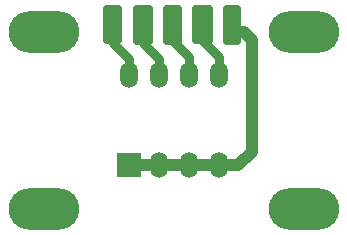
<source format=gbr>
G04 DipTrace 3.3.1.0*
G04 Bottom.gbr*
%MOIN*%
G04 #@! TF.FileFunction,Copper,L2,Bot*
G04 #@! TF.Part,Single*
%AMOUTLINE0*
4,1,20,
0.029528,0.0,
0.028082,-0.012166,
0.023888,-0.023141,
0.017356,-0.031851,
0.009125,-0.037443,
0.0,-0.03937,
-0.009125,-0.037443,
-0.017356,-0.031851,
-0.023888,-0.023141,
-0.028082,-0.012166,
-0.029528,0.0,
-0.028082,0.012166,
-0.023888,0.023141,
-0.017356,0.031851,
-0.009125,0.037443,
0.0,0.03937,
0.009125,0.037443,
0.017356,0.031851,
0.023888,0.023141,
0.028082,0.012166,
0.029528,0.0,
0*%
G04 #@! TA.AperFunction,Conductor*
%ADD14C,0.031496*%
%ADD15C,0.03937*%
G04 #@! TA.AperFunction,CopperBalancing*
%ADD16C,0.025*%
G04 #@! TA.AperFunction,ComponentPad*
%ADD17R,0.07874X0.07874*%
%ADD18O,0.059055X0.086614*%
%ADD19O,0.23622X0.137795*%
%ADD32OUTLINE0*%
%FSLAX26Y26*%
G04*
G70*
G90*
G75*
G01*
G04 Bottom*
%LPD*%
X781201Y1081201D2*
D14*
Y1043701D1*
X834252Y990650D1*
Y937402D1*
X881201Y1081201D2*
Y1043701D1*
X934252Y990650D1*
Y937402D1*
X981201Y1081201D2*
Y1049951D1*
X1034252Y996900D1*
Y937402D1*
X1081201Y1081201D2*
Y1049951D1*
X1134252Y996900D1*
Y937402D1*
X1181201Y1081201D2*
D15*
X1218701D1*
X1244094Y1055807D1*
Y681594D1*
X1199902Y637402D1*
X1134252D1*
X1034252D1*
X934252D2*
X1034252D1*
X834252D2*
X934252D1*
X763050Y1131923D2*
D16*
X796014D1*
X763050Y1107054D2*
X796014D1*
X763050Y1082185D2*
X796014D1*
X763050Y1057316D2*
X796014D1*
X760531Y1082642D2*
Y1055801D1*
X798521Y1055807D1*
X798524Y1156808D1*
X760534Y1156791D1*
X760531Y1082673D1*
X865412Y1131923D2*
X898377D1*
X865412Y1107054D2*
X898377D1*
X865412Y1082185D2*
X898377D1*
X865412Y1057316D2*
X898377D1*
X862894Y1082642D2*
Y1051853D1*
X900883Y1051870D1*
X900886Y1156819D1*
X862896Y1156791D1*
X862894Y1082673D1*
X963837Y1131923D2*
X996802D1*
X963837Y1107054D2*
X996802D1*
X963837Y1082185D2*
X996802D1*
X963837Y1057316D2*
X996802D1*
X961319Y1082642D2*
Y1051853D1*
X999308Y1051870D1*
X999311Y1156819D1*
X961322Y1156791D1*
X961319Y1082673D1*
X1062262Y1131923D2*
X1099175D1*
X1062262Y1107054D2*
X1099175D1*
X1062262Y1082185D2*
X1099175D1*
X1062262Y1057316D2*
X1099175D1*
X1059744Y1082642D2*
Y1055801D1*
X1101680Y1055807D1*
X1101673Y1156808D1*
X1059738Y1156791D1*
X1059744Y1082673D1*
X1164625Y1131923D2*
X1193678D1*
X1164625Y1107054D2*
X1193678D1*
X1164625Y1082185D2*
X1193678D1*
X1164625Y1057316D2*
X1193678D1*
X1162106Y1082642D2*
Y1051853D1*
X1196148Y1051870D1*
X1196161Y1156819D1*
X1162119Y1156791D1*
X1162106Y1082673D1*
D32*
X781201Y1081201D3*
X881201D3*
X981201D3*
X1081201D3*
X1181201D3*
D17*
X834252Y637402D3*
D18*
X934252D3*
X1034252D3*
X1134252D3*
Y937402D3*
X1034252D3*
X934252D3*
X834252D3*
D19*
X551181Y1082677D3*
X1417323D3*
X551181Y492126D3*
X1417323D3*
M02*

</source>
